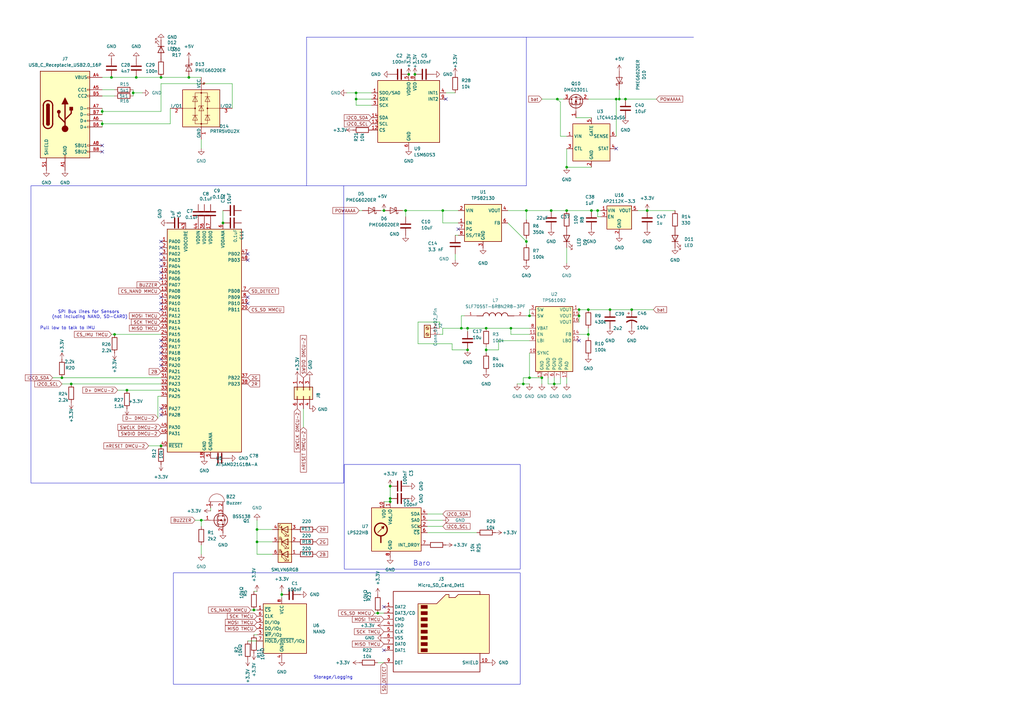
<source format=kicad_sch>
(kicad_sch (version 20250114) (generator "eeschema") (generator_version "9.0")
  (paper "A3")
  (rectangle (start 141.224 190.5) (end 213.36 233.426))
  (rectangle (start 12.7 76.2) (end 140.97 198.12))
  (rectangle (start 71.12 234.95) (end 213.36 280.67))
  (text "Storage/Logging" (at 136.652 277.876 0) (effects (font (size 1.27 1.27))))
  (text "Pull low to talk to IMU" (at 27.686 134.62 0) (effects (font (size 1.27 1.27))))
  (text "SPI Bus lines for Sensors \n(not including NAND, SD-CARD)" (at 36.83 129.032 0) (effects (font (size 1.27 1.27))))
  (text "Baro" (at 172.974 231.14 0) (effects (font (size 2.032 2.032))))
  (junction (at 52.07 160.02))
  (junction (at 46.99 137.16))
  (junction (at 29.21 157.48))
  (junction (at 160.02 199.39))
  (junction (at 170.18 30.48))
  (junction (at 41.91 45.72))
  (junction (at 160.02 205.74))
  (junction (at 191.77 143.51))
  (junction (at 215.9 99.06))
  (junction (at 41.91 50.8))
  (junction (at 146.05 38.1))
  (junction (at 199.39 143.51))
  (junction (at 227.33 157.48))
  (junction (at 209.55 134.62))
  (junction (at 154.94 251.46))
  (junction (at 252.73 40.64))
  (junction (at 232.41 68.58))
  (junction (at 232.41 86.36))
  (junction (at 167.64 30.48))
  (junction (at 91.44 91.44))
  (junction (at 146.05 40.64))
  (junction (at 217.17 129.54))
  (junction (at 191.77 134.62))
  (junction (at 237.49 127))
  (junction (at 254 40.64))
  (junction (at 105.41 222.25))
  (junction (at 226.06 86.36))
  (junction (at 222.25 154.94))
  (junction (at 25.4 154.94))
  (junction (at 54.61 38.1))
  (junction (at 104.14 250.19))
  (junction (at 77.47 31.75))
  (junction (at 259.08 127))
  (junction (at 189.23 134.62))
  (junction (at 66.04 31.75))
  (junction (at 237.49 129.54))
  (junction (at 166.37 86.36))
  (junction (at 115.57 243.84))
  (junction (at 241.3 127))
  (junction (at 181.61 86.36))
  (junction (at 242.57 86.36))
  (junction (at 265.43 86.36))
  (junction (at 241.3 137.16))
  (junction (at 45.72 31.75))
  (junction (at 199.39 134.62))
  (junction (at 256.54 40.64))
  (junction (at 157.48 86.36))
  (junction (at 82.55 213.36))
  (junction (at 250.19 127))
  (junction (at 55.88 31.75))
  (junction (at 215.9 86.36))
  (junction (at 217.17 154.94))
  (junction (at 160.02 204.47))
  (junction (at 245.11 86.36))
  (junction (at 228.6 40.64))
  (junction (at 105.41 217.17))
  (junction (at 214.63 157.48))
  (junction (at 66.04 182.88))
  (no_connect (at 101.6 124.46))
  (no_connect (at 66.04 109.22))
  (no_connect (at 66.04 149.86))
  (no_connect (at 182.88 40.64))
  (no_connect (at 66.04 142.24))
  (no_connect (at 66.04 101.6))
  (no_connect (at 66.04 124.46))
  (no_connect (at 41.91 59.69))
  (no_connect (at 157.48 266.7))
  (no_connect (at 157.48 248.92))
  (no_connect (at 237.49 139.7))
  (no_connect (at 66.04 114.3))
  (no_connect (at 101.6 121.92))
  (no_connect (at 66.04 127))
  (no_connect (at 66.04 147.32))
  (no_connect (at 252.73 60.96))
  (no_connect (at 66.04 111.76))
  (no_connect (at 41.91 62.23))
  (no_connect (at 101.6 106.68))
  (no_connect (at 66.04 121.92))
  (no_connect (at 66.04 144.78))
  (no_connect (at 66.04 170.18))
  (no_connect (at 101.6 104.14))
  (no_connect (at 66.04 99.06))
  (no_connect (at 66.04 167.64))
  (no_connect (at 66.04 106.68))
  (no_connect (at 66.04 139.7))
  (no_connect (at 66.04 104.14))
  (no_connect (at 187.96 93.98))
  (wire (pts (xy 115.57 242.57) (xy 115.57 243.84)))
  (wire (pts (xy 259.08 127) (xy 267.97 127)))
  (wire (pts (xy 261.62 86.36) (xy 265.43 86.36)))
  (wire (pts (xy 104.14 242.57) (xy 105.41 242.57)))
  (wire (pts (xy 54.61 38.1) (xy 54.61 39.37)))
  (wire (pts (xy 41.91 45.72) (xy 66.04 45.72)))
  (wire (pts (xy 215.9 90.17) (xy 215.9 86.36)))
  (wire (pts (xy 252.73 40.64) (xy 254 40.64)))
  (wire (pts (xy 157.48 205.74) (xy 160.02 205.74)))
  (wire (pts (xy 217.17 127) (xy 217.17 129.54)))
  (wire (pts (xy 199.39 144.78) (xy 199.39 143.51)))
  (wire (pts (xy 185.42 143.51) (xy 191.77 143.51)))
  (wire (pts (xy 250.19 127) (xy 241.3 127)))
  (wire (pts (xy 224.79 154.94) (xy 224.79 157.48)))
  (wire (pts (xy 66.04 34.29) (xy 95.25 34.29)))
  (wire (pts (xy 199.39 143.51) (xy 204.47 143.51)))
  (wire (pts (xy 21.59 154.94) (xy 25.4 154.94)))
  (wire (pts (xy 77.47 31.75) (xy 82.55 31.75)))
  (wire (pts (xy 105.41 213.36) (xy 105.41 217.17)))
  (wire (pts (xy 241.3 137.16) (xy 241.3 134.62)))
  (wire (pts (xy 241.3 127) (xy 237.49 127)))
  (wire (pts (xy 46.99 137.16) (xy 66.04 137.16)))
  (wire (pts (xy 186.69 38.1) (xy 182.88 38.1)))
  (wire (pts (xy 181.61 210.82) (xy 175.26 210.82)))
  (wire (pts (xy 175.26 213.36) (xy 181.61 213.36)))
  (wire (pts (xy 101.6 262.89) (xy 105.41 262.89)))
  (wire (pts (xy 209.55 134.62) (xy 209.55 137.16)))
  (wire (pts (xy 186.69 96.52) (xy 187.96 96.52)))
  (wire (pts (xy 29.21 157.48) (xy 66.04 157.48)))
  (wire (pts (xy 241.3 138.43) (xy 241.3 137.16)))
  (wire (pts (xy 153.67 251.46) (xy 154.94 251.46)))
  (wire (pts (xy 105.41 227.33) (xy 111.76 227.33)))
  (wire (pts (xy 86.36 208.28) (xy 86.36 209.55)))
  (wire (pts (xy 228.6 40.64) (xy 231.14 40.64)))
  (wire (pts (xy 232.41 68.58) (xy 232.41 60.96)))
  (wire (pts (xy 191.77 134.62) (xy 199.39 134.62)))
  (wire (pts (xy 208.28 86.36) (xy 215.9 86.36)))
  (wire (pts (xy 232.41 68.58) (xy 242.57 68.58)))
  (wire (pts (xy 154.94 271.78) (xy 157.48 271.78)))
  (wire (pts (xy 189.23 129.54) (xy 190.5 129.54)))
  (wire (pts (xy 209.55 137.16) (xy 217.17 137.16)))
  (wire (pts (xy 104.14 260.35) (xy 105.41 260.35)))
  (wire (pts (xy 204.47 139.7) (xy 204.47 143.51)))
  (wire (pts (xy 82.55 223.52) (xy 82.55 227.33)))
  (wire (pts (xy 104.14 250.19) (xy 105.41 250.19)))
  (wire (pts (xy 245.11 88.9) (xy 245.11 86.36)))
  (wire (pts (xy 232.41 157.48) (xy 232.41 154.94)))
  (wire (pts (xy 146.05 38.1) (xy 152.4 38.1)))
  (wire (pts (xy 146.05 43.18) (xy 152.4 43.18)))
  (wire (pts (xy 265.43 86.36) (xy 276.86 86.36)))
  (wire (pts (xy 142.24 38.1) (xy 146.05 38.1)))
  (wire (pts (xy 156.21 86.36) (xy 157.48 86.36)))
  (wire (pts (xy 171.45 132.08) (xy 180.34 132.08)))
  (wire (pts (xy 166.37 88.9) (xy 166.37 86.36)))
  (wire (pts (xy 25.4 157.48) (xy 29.21 157.48)))
  (wire (pts (xy 236.22 48.26) (xy 242.57 48.26)))
  (wire (pts (xy 41.91 44.45) (xy 41.91 45.72)))
  (wire (pts (xy 181.61 215.9) (xy 175.26 215.9)))
  (wire (pts (xy 64.77 162.56) (xy 66.04 162.56)))
  (wire (pts (xy 105.41 217.17) (xy 105.41 222.25)))
  (wire (pts (xy 214.63 157.48) (xy 217.17 157.48)))
  (wire (pts (xy 41.91 31.75) (xy 45.72 31.75)))
  (wire (pts (xy 214.63 154.94) (xy 214.63 157.48)))
  (wire (pts (xy 191.77 134.62) (xy 191.77 135.89)))
  (wire (pts (xy 152.4 40.64) (xy 146.05 40.64)))
  (wire (pts (xy 82.55 213.36) (xy 83.82 213.36)))
  (wire (pts (xy 91.44 86.36) (xy 91.44 91.44)))
  (wire (pts (xy 199.39 143.51) (xy 199.39 142.24)))
  (wire (pts (xy 254 40.64) (xy 256.54 40.64)))
  (wire (pts (xy 82.55 57.15) (xy 82.55 60.96)))
  (polyline (pts (xy 214.63 15.24) (xy 284.48 15.24)))
  (wire (pts (xy 41.91 50.8) (xy 69.85 50.8)))
  (wire (pts (xy 215.9 100.33) (xy 215.9 99.06)))
  (wire (pts (xy 189.23 134.62) (xy 191.77 134.62)))
  (wire (pts (xy 111.76 222.25) (xy 105.41 222.25)))
  (wire (pts (xy 166.37 86.36) (xy 181.61 86.36)))
  (wire (pts (xy 185.42 140.97) (xy 185.42 143.51)))
  (wire (pts (xy 217.17 144.78) (xy 217.17 154.94)))
  (wire (pts (xy 208.28 91.44) (xy 215.9 99.06)))
  (wire (pts (xy 222.25 157.48) (xy 222.25 154.94)))
  (wire (pts (xy 154.94 251.46) (xy 157.48 251.46)))
  (polyline (pts (xy 215.9 76.2) (xy 215.9 15.24)))
  (wire (pts (xy 229.87 157.48) (xy 229.87 154.94)))
  (wire (pts (xy 41.91 50.8) (xy 41.91 52.07)))
  (wire (pts (xy 186.69 104.14) (xy 186.69 106.68)))
  (wire (pts (xy 64.77 171.45) (xy 64.77 162.56)))
  (wire (pts (xy 45.72 31.75) (xy 55.88 31.75)))
  (wire (pts (xy 246.38 88.9) (xy 245.11 88.9)))
  (wire (pts (xy 54.61 38.1) (xy 58.42 38.1)))
  (wire (pts (xy 41.91 39.37) (xy 46.99 39.37)))
  (wire (pts (xy 25.4 154.94) (xy 66.04 154.94)))
  (wire (pts (xy 224.79 157.48) (xy 227.33 157.48)))
  (wire (pts (xy 215.9 129.54) (xy 217.17 129.54)))
  (wire (pts (xy 171.45 132.08) (xy 171.45 140.97)))
  (wire (pts (xy 215.9 97.79) (xy 215.9 99.06)))
  (wire (pts (xy 54.61 36.83) (xy 54.61 38.1)))
  (wire (pts (xy 45.72 137.16) (xy 46.99 137.16)))
  (wire (pts (xy 48.26 160.02) (xy 52.07 160.02)))
  (wire (pts (xy 256.54 40.64) (xy 269.24 40.64)))
  (wire (pts (xy 245.11 86.36) (xy 246.38 86.36)))
  (polyline (pts (xy 125.73 15.24) (xy 214.63 15.24)))
  (wire (pts (xy 215.9 86.36) (xy 226.06 86.36)))
  (wire (pts (xy 80.01 213.36) (xy 82.55 213.36)))
  (wire (pts (xy 146.05 38.1) (xy 146.05 40.64)))
  (wire (pts (xy 259.08 127) (xy 250.19 127)))
  (wire (pts (xy 227.33 154.94) (xy 227.33 157.48)))
  (wire (pts (xy 181.61 134.62) (xy 189.23 134.62)))
  (wire (pts (xy 124.46 167.64) (xy 124.46 175.26)))
  (wire (pts (xy 189.23 129.54) (xy 189.23 134.62)))
  (wire (pts (xy 181.61 91.44) (xy 181.61 86.36)))
  (wire (pts (xy 66.04 31.75) (xy 77.47 31.75)))
  (wire (pts (xy 227.33 157.48) (xy 229.87 157.48)))
  (wire (pts (xy 237.49 129.54) (xy 237.49 132.08)))
  (wire (pts (xy 241.3 40.64) (xy 252.73 40.64)))
  (wire (pts (xy 41.91 45.72) (xy 41.91 46.99)))
  (wire (pts (xy 60.96 182.88) (xy 66.04 182.88)))
  (wire (pts (xy 187.96 91.44) (xy 181.61 91.44)))
  (wire (pts (xy 41.91 49.53) (xy 41.91 50.8)))
  (wire (pts (xy 232.41 101.6) (xy 232.41 107.95)))
  (wire (pts (xy 115.57 243.84) (xy 115.57 245.11)))
  (wire (pts (xy 252.73 40.64) (xy 252.73 55.88)))
  (wire (pts (xy 102.87 250.19) (xy 104.14 250.19)))
  (wire (pts (xy 242.57 86.36) (xy 245.11 86.36)))
  (wire (pts (xy 254 36.83) (xy 254 40.64)))
  (wire (pts (xy 229.87 55.88) (xy 229.87 41.91)))
  (wire (pts (xy 222.25 40.64) (xy 228.6 40.64)))
  (wire (pts (xy 181.61 137.16) (xy 180.34 137.16)))
  (wire (pts (xy 181.61 134.62) (xy 181.61 137.16)))
  (wire (pts (xy 181.61 86.36) (xy 187.96 86.36)))
  (wire (pts (xy 52.07 160.02) (xy 66.04 160.02)))
  (polyline (pts (xy 125.73 76.2) (xy 125.73 15.24)))
  (wire (pts (xy 69.85 50.8) (xy 69.85 44.45)))
  (wire (pts (xy 165.1 86.36) (xy 166.37 86.36)))
  (wire (pts (xy 82.55 213.36) (xy 82.55 215.9)))
  (wire (pts (xy 209.55 134.62) (xy 217.17 134.62)))
  (wire (pts (xy 237.49 137.16) (xy 241.3 137.16)))
  (wire (pts (xy 148.59 86.36) (xy 147.32 86.36)))
  (wire (pts (xy 171.45 140.97) (xy 185.42 140.97)))
  (wire (pts (xy 146.05 40.64) (xy 146.05 43.18)))
  (wire (pts (xy 41.91 36.83) (xy 46.99 36.83)))
  (wire (pts (xy 229.87 55.88) (xy 232.41 55.88)))
  (wire (pts (xy 66.04 45.72) (xy 66.04 34.29)))
  (wire (pts (xy 195.58 218.44) (xy 175.26 218.44)))
  (wire (pts (xy 226.06 86.36) (xy 232.41 86.36)))
  (wire (pts (xy 95.25 34.29) (xy 95.25 44.45)))
  (wire (pts (xy 217.17 139.7) (xy 204.47 139.7)))
  (wire (pts (xy 180.34 132.08) (xy 180.34 134.62)))
  (wire (pts (xy 229.87 41.91) (xy 228.6 40.64)))
  (wire (pts (xy 199.39 134.62) (xy 209.55 134.62)))
  (wire (pts (xy 232.41 86.36) (xy 242.57 86.36)))
  (polyline (pts (xy 140.97 76.2) (xy 215.9 76.2)))
  (wire (pts (xy 214.63 154.94) (xy 217.17 154.94)))
  (wire (pts (xy 160.02 204.47) (xy 160.02 205.74)))
  (wire (pts (xy 217.17 154.94) (xy 222.25 154.94)))
  (wire (pts (xy 105.41 222.25) (xy 105.41 227.33)))
  (wire (pts (xy 55.88 31.75) (xy 66.04 31.75)))
  (wire (pts (xy 111.76 217.17) (xy 105.41 217.17)))
  (wire (pts (xy 160.02 199.39) (xy 160.02 204.47)))
  (wire (pts (xy 212.09 157.48) (xy 214.63 157.48)))
  (wire (pts (xy 237.49 127) (xy 237.49 129.54)))
  (global_label "bat" (shape input) (at 267.97 127 0) (property "Intersheetrefs" "${INTERSHEET_REFS}" (effects (hide yes))))
  (global_label "SCK TMCU" (shape input) (at 157.48 259.08 180) (property "Intersheetrefs" "${INTERSHEET_REFS}" (effects (hide yes))))
  (global_label "SCK TMCU" (shape input) (at 66.04 132.08 180) (property "Intersheetrefs" "${INTERSHEET_REFS}" (effects (hide yes))))
  (global_label "SWCLK DMCU-2" (shape input) (at 121.92 167.64 270) (property "Intersheetrefs" "${INTERSHEET_REFS}" (effects (hide yes))))
  (global_label "SWDIO DMCU-2" (shape input) (at 66.04 177.8 180) (property "Intersheetrefs" "${INTERSHEET_REFS}" (effects (hide yes))))
  (global_label "CS_IMU TMCU" (shape input) (at 45.72 137.16 180) (property "Intersheetrefs" "${INTERSHEET_REFS}" (effects (hide yes))))
  (global_label "SD_DETECT" (shape input) (at 157.48 271.78 270) (property "Intersheetrefs" "${INTERSHEET_REFS}" (effects (hide yes))))
  (global_label "BUZZER" (shape input) (at 66.04 116.84 180) (property "Intersheetrefs" "${INTERSHEET_REFS}" (effects (hide yes))))
  (global_label "2B" (shape input) (at 129.54 227.33 0) (property "Intersheetrefs" "${INTERSHEET_REFS}" (effects (hide yes))))
  (global_label "D- DMCU-2" (shape input) (at 64.77 171.45 180) (property "Intersheetrefs" "${INTERSHEET_REFS}" (effects (hide yes))))
  (global_label "MOSI TMCU" (shape input) (at 157.48 254 180) (property "Intersheetrefs" "${INTERSHEET_REFS}" (effects (hide yes))))
  (global_label "CS_NAND MMCU" (shape input) (at 66.04 119.38 180) (property "Intersheetrefs" "${INTERSHEET_REFS}" (effects (hide yes))))
  (global_label "2B" (shape input) (at 66.04 152.4 180) (property "Intersheetrefs" "${INTERSHEET_REFS}" (effects (hide yes))))
  (global_label "2G" (shape input) (at 101.6 154.94 0) (property "Intersheetrefs" "${INTERSHEET_REFS}" (effects (hide yes))))
  (global_label "MISO TMCU" (shape input) (at 66.04 134.62 180) (property "Intersheetrefs" "${INTERSHEET_REFS}" (effects (hide yes))))
  (global_label "MOSI TMCU" (shape input) (at 105.41 255.27 180) (property "Intersheetrefs" "${INTERSHEET_REFS}" (effects (hide yes))))
  (global_label "SWDIO DMCU-2" (shape input) (at 124.46 154.94 90) (property "Intersheetrefs" "${INTERSHEET_REFS}" (effects (hide yes))))
  (global_label "SCK TMCU" (shape input) (at 105.41 252.73 180) (property "Intersheetrefs" "${INTERSHEET_REFS}" (effects (hide yes))))
  (global_label "CS_SD MMCU" (shape input) (at 153.67 251.46 180) (property "Intersheetrefs" "${INTERSHEET_REFS}" (effects (hide yes))))
  (global_label "2R" (shape input) (at 101.6 157.48 0) (property "Intersheetrefs" "${INTERSHEET_REFS}" (effects (hide yes))))
  (global_label "nRESET DMCU-2" (shape input) (at 124.46 175.26 270) (property "Intersheetrefs" "${INTERSHEET_REFS}" (effects (hide yes))))
  (global_label "SWCLK DMCU-2" (shape input) (at 66.04 175.26 180) (property "Intersheetrefs" "${INTERSHEET_REFS}" (effects (hide yes))))
  (global_label "2G" (shape input) (at 129.54 222.25 0) (property "Intersheetrefs" "${INTERSHEET_REFS}" (effects (hide yes))))
  (global_label "I2C0_SCL" (shape input) (at 25.4 157.48 180) (property "Intersheetrefs" "${INTERSHEET_REFS}" (effects (hide yes))))
  (global_label "MOSI TMCU" (shape input) (at 66.04 129.54 180) (property "Intersheetrefs" "${INTERSHEET_REFS}" (effects (hide yes))))
  (global_label "MISO TMCU" (shape input) (at 157.48 264.16 180) (property "Intersheetrefs" "${INTERSHEET_REFS}" (effects (hide yes))))
  (global_label "CS_SD MMCU" (shape input) (at 101.6 127 0) (property "Intersheetrefs" "${INTERSHEET_REFS}" (effects (hide yes))))
  (global_label "bat" (shape input) (at 222.25 40.64 180) (property "Intersheetrefs" "${INTERSHEET_REFS}" (effects (hide yes))))
  (global_label "I2C0_SDA" (shape input) (at 181.61 210.82 0) (property "Intersheetrefs" "${INTERSHEET_REFS}" (effects (hide yes))))
  (global_label "I2C0_SCL" (shape input) (at 152.4 50.8 180) (property "Intersheetrefs" "${INTERSHEET_REFS}" (effects (hide yes))))
  (global_label "I2C0_SDA" (shape input) (at 152.4 48.26 180) (property "Intersheetrefs" "${INTERSHEET_REFS}" (effects (hide yes))))
  (global_label "2R" (shape input) (at 129.54 217.17 0) (property "Intersheetrefs" "${INTERSHEET_REFS}" (effects (hide yes))))
  (global_label "nRESET DMCU-2" (shape input) (at 60.96 182.88 180) (property "Intersheetrefs" "${INTERSHEET_REFS}" (effects (hide yes))))
  (global_label "POWAAAA" (shape input) (at 147.32 86.36 180) (property "Intersheetrefs" "${INTERSHEET_REFS}" (effects (hide yes))))
  (global_label "BUZZER" (shape input) (at 80.01 213.36 180) (property "Intersheetrefs" "${INTERSHEET_REFS}" (effects (hide yes))))
  (global_label "SD_DETECT" (shape input) (at 101.6 119.38 0) (property "Intersheetrefs" "${INTERSHEET_REFS}" (effects (hide yes))))
  (global_label "I2C0_SDA" (shape input) (at 21.59 154.94 180) (property "Intersheetrefs" "${INTERSHEET_REFS}" (effects (hide yes))))
  (global_label "MISO TMCU" (shape input) (at 105.41 257.81 180) (property "Intersheetrefs" "${INTERSHEET_REFS}" (effects (hide yes))))
  (global_label "CS_NAND MMCU" (shape input) (at 102.87 250.19 180) (property "Intersheetrefs" "${INTERSHEET_REFS}" (effects (hide yes))))
  (global_label "D+ DMCU-2" (shape input) (at 48.26 160.02 180) (property "Intersheetrefs" "${INTERSHEET_REFS}" (effects (hide yes))))
  (global_label "I2C0_SCL" (shape input) (at 181.61 215.9 0) (property "Intersheetrefs" "${INTERSHEET_REFS}" (effects (hide yes))))
  (global_label "POWAAAA" (shape input) (at 269.24 40.64 0) (property "Intersheetrefs" "${INTERSHEET_REFS}" (effects (hide yes))))
  (symbol (lib_id "power:GND") (at 256.54 48.26 0) (unit 1)
    (property "Reference" "#PWR049" (effects (hide yes)))
    (property "Value" "GND" (at 256.54 53.34 0))
    (property "Description" "Power symbol creates a global label with name \"GND\" , ground" (effects (hide yes)))
  )
  (symbol (lib_id "power:+5V") (at 157.48 86.36 0) (unit 1)
    (property "Reference" "#PWR08" (effects (hide yes)))
    (property "Value" "+5V" (at 156.718 80.518 0))
    (property "Description" "Power symbol creates a global label with name \"+5V\"" (effects (hide yes)))
  )
  (symbol (lib_id "power:GND") (at 181.61 213.36 90) (unit 1)
    (property "Reference" "#PWR062" (effects (hide yes)))
    (property "Value" "GND" (at 186.69 213.3599 90) (effects (justify right)))
    (property "Description" "Power symbol creates a global label with name \"GND\" , ground" (effects (hide yes)))
  )
  (symbol (lib_id "power:GND") (at 177.8 30.48 90) (unit 1)
    (property "Reference" "#PWR061" (effects (hide yes)))
    (property "Value" "GND" (at 181.61 30.4799 90) (effects (justify right)))
    (property "Description" "Power symbol creates a global label with name \"GND\" , ground" (effects (hide yes)))
  )
  (symbol (lib_id "power:+3.3V") (at 147.32 271.78 90) (unit 1)
    (property "Reference" "#PWR021" (effects (hide yes)))
    (property "Value" "+3.3V" (at 143.51 271.7799 90) (effects (justify left)))
    (property "Description" "Power symbol creates a global label with name \"+3.3V\"" (effects (hide yes)))
  )
  (symbol (lib_id "power:+3.3V") (at 186.69 30.48 0) (unit 1)
    (property "Reference" "#PWR071" (effects (hide yes)))
    (property "Value" "+3.3V" (at 186.69 25.146 90))
    (property "Description" "Power symbol creates a global label with name \"+3.3V\"" (effects (hide yes)))
  )
  (symbol (lib_id "Device:LED") (at 232.41 97.79 90) (unit 1)
    (property "Reference" "D9" (at 240.03 99.3775 0))
    (property "Value" "LED" (at 237.49 99.3775 0))
    (property "Footprint" "LED_SMD:LED_0603_1608Metric" (effects (hide yes)))
    (property "Description" "Light emitting diode" (effects (hide yes)))
    (property "Sim.Pins" "1=K 2=A" (effects (hide yes)))
  )
  (symbol (lib_id "Device:R") (at 179.07 223.52 270) (unit 1)
    (property "Reference" "R25" (at 196.342 222.758 0) (effects (justify left)))
    (property "Value" "10k" (at 193.802 222.758 0) (effects (justify left)))
    (property "Footprint" "Resistor_SMD:R_0603_1608Metric" (effects (hide yes)))
    (property "Description" "Resistor" (effects (hide yes)))
  )
  (symbol (lib_id "Device:C") (at 242.57 90.17 0) (unit 1)
    (property "Reference" "C38" (at 240.03 80.772 0) (effects (justify left)))
    (property "Value" "1uF" (at 240.03 83.312 0) (effects (justify left)))
    (property "Footprint" "Capacitor_SMD:C_0603_1608Metric" (effects (hide yes)))
    (property "Description" "Unpolarized capacitor" (effects (hide yes)))
  )
  (symbol (lib_id "power:GND") (at 232.41 107.95 0) (unit 1)
    (property "Reference" "#PWR032" (effects (hide yes)))
    (property "Value" "GND" (at 232.41 113.03 0))
    (property "Description" "Power symbol creates a global label with name \"GND\" , ground" (effects (hide yes)))
  )
  (symbol (lib_id "power:GND") (at 115.57 270.51 0) (unit 1)
    (property "Reference" "#PWR019" (effects (hide yes)))
    (property "Value" "GND" (at 115.57 275.59 0))
    (property "Description" "Power symbol creates a global label with name \"GND\" , ground" (effects (hide yes)))
  )
  (symbol (lib_id "Device:R") (at 199.39 148.59 0) (unit 1)
    (property "Reference" "R4" (at 201.93 147.3199 0) (effects (justify left)))
    (property "Value" "100k" (at 201.93 149.8599 0) (effects (justify left)))
    (property "Footprint" "Resistor_SMD:R_0603_1608Metric" (effects (hide yes)))
    (property "Description" "Resistor" (effects (hide yes)))
  )
  (symbol (lib_id "power:+3.3V") (at 203.2 218.44 270) (unit 1)
    (property "Reference" "#PWR072" (effects (hide yes)))
    (property "Value" "+3.3V" (at 209.042 218.44 90))
    (property "Description" "Power symbol creates a global label with name \"+3.3V\"" (effects (hide yes)))
  )
  (symbol (lib_id "Device:C") (at 83.82 87.63 0) (unit 1)
    (property "Reference" "C8" (at 83.058 79.502 0) (effects (justify left)))
    (property "Value" "0.1uF" (at 81.788 81.534 0) (effects (justify left)))
    (property "Footprint" "Capacitor_SMD:C_0603_1608Metric" (effects (hide yes)))
    (property "Description" "Unpolarized capacitor" (effects (hide yes)))
  )
  (symbol (lib_id "Device:C") (at 166.37 92.71 0) (unit 1)
    (property "Reference" "C10" (at 172.72 90.932 0) (effects (justify left)))
    (property "Value" "10uF" (at 172.72 93.472 0) (effects (justify left)))
    (property "Footprint" "Capacitor_SMD:C_0603_1608Metric" (effects (hide yes)))
    (property "Description" "Unpolarized capacitor" (effects (hide yes)))
  )
  (symbol (lib_id "Transistor_FET:DMG2301L") (at 236.22 43.18 90) (unit 1)
    (property "Reference" "Q10" (at 236.22 34.29 90))
    (property "Value" "DMG2301L" (at 236.22 36.83 90))
    (property "Footprint" "Package_TO_SOT_SMD:SOT-23" (effects (hide yes)))
    (property "Datasheet" "https://www.diodes.com/assets/Datasheets/DMG2301L.pdf" (effects (hide yes)))
    (property "Description" "-3A Id, -20V Vds, P-Channel MOSFET, SOT-23" (effects (hide yes)))
  )
  (symbol (lib_id "Device:C") (at 45.72 27.94 0) (unit 1)
    (property "Reference" "C28" (at 49.53 26.6699 0) (effects (justify left)))
    (property "Value" "4n7" (at 49.53 29.2099 0) (effects (justify left)))
    (property "Footprint" "Capacitor_SMD:C_0603_1608Metric" (effects (hide yes)))
    (property "Description" "Unpolarized capacitor" (effects (hide yes)))
  )
  (symbol (lib_id "Device:R") (at 101.6 266.7 180) (unit 1)
    (property "Reference" "R2" (at 97.028 266.446 90))
    (property "Value" "10kΩ" (at 98.552 266.7 90))
    (property "Footprint" "Resistor_SMD:R_0603_1608Metric" (effects (hide yes)))
    (property "Description" "Resistor" (effects (hide yes)))
  )
  (symbol (lib_id "Connector_Generic:Conn_02x03_Counter_Clockwise") (at 124.46 160.02 90) (mirror x) (unit 1)
    (property "Reference" "J8" (at 130.556 161.036 0) (effects (justify left)))
    (property "Value" "Conn_02x03_Counter_Clockwise" (effects (hide yes)))
    (property "Footprint" "Connector_PinHeader_2.54mm:PinHeader_2x03_P2.54mm_Vertical" (effects (hide yes)))
    (property "Description" "Generic connector, double row, 02x03, counter clockwise pin numbering scheme (similar to DIP package numbering), script generated (kicad-library-utils/schlib/autogen/connector/)" (effects (hide yes)))
  )
  (symbol (lib_id "MCU_Microchip_SAMD:ATSAMD21G18A-A") (at 83.82 139.7 0) (unit 1)
    (property "Reference" "U5" (at 88.5033 187.96 0) (effects (justify left)))
    (property "Value" "ATSAMD21G18A-A" (at 88.5033 190.5 0) (effects (justify left)))
    (property "Footprint" "Package_QFP:TQFP-48_7x7mm_P0.5mm" (effects (hide yes)))
    (property "Datasheet" "http://ww1.microchip.com/downloads/en/DeviceDoc/SAM_D21_DA1_Family_Data%20Sheet_DS40001882E.pdf" (effects (hide yes)))
    (property "Description" "SAM D21 Microchip SMART ARM-based Flash MCU, 48Mhz, 256K Flash, 32K SRAM, TQFP-48" (effects (hide yes)))
  )
  (symbol (lib_id "Device:C") (at 256.54 44.45 0) (unit 1)
    (property "Reference" "C40" (at 260.35 43.1799 0) (effects (justify left)))
    (property "Value" "10uF" (at 260.35 45.7199 0) (effects (justify left)))
    (property "Footprint" "Capacitor_SMD:C_0603_1608Metric" (effects (hide yes)))
    (property "Description" "Unpolarized capacitor" (effects (hide yes)))
  )
  (symbol (lib_id "power:+3.3V") (at 121.92 154.94 0) (mirror y) (unit 1)
    (property "Reference" "#PWR0211" (effects (hide yes)))
    (property "Value" "+3.3V" (at 121.92 149.352 90))
    (property "Description" "Power symbol creates a global label with name \"+3.3V\"" (effects (hide yes)))
  )
  (symbol (lib_id "power:+3.3V") (at 46.99 144.78 180) (unit 1)
    (property "Reference" "#PWR095" (effects (hide yes)))
    (property "Value" "+3.3V" (at 46.99 150.114 90))
    (property "Description" "Power symbol creates a global label with name \"+3.3V\"" (effects (hide yes)))
  )
  (symbol (lib_id "Device:C") (at 186.69 100.33 0) (unit 1)
    (property "Reference" "C14" (at 175.514 99.822 0) (effects (justify left)))
    (property "Value" "3.3 nF" (at 175.514 102.362 0) (effects (justify left)))
    (property "Footprint" "Capacitor_SMD:C_0603_1608Metric" (effects (hide yes)))
    (property "Description" "Unpolarized capacitor" (effects (hide yes)))
  )
  (symbol (lib_id "power:GND") (at 105.41 213.36 180) (unit 1)
    (property "Reference" "#PWR017" (effects (hide yes)))
    (property "Value" "GND" (at 105.41 208.28 0))
    (property "Description" "Power symbol creates a global label with name \"GND\" , ground" (effects (hide yes)))
  )
  (symbol (lib_id "power:+3.3V") (at 104.14 267.97 180) (unit 1)
    (property "Reference" "#PWR015" (effects (hide yes)))
    (property "Value" "+3.3V" (at 104.1399 271.78 90) (effects (justify left)))
    (property "Description" "Power symbol creates a global label with name \"+3.3V\"" (effects (hide yes)))
  )
  (symbol (lib_id "power:GND") (at 217.17 157.48 0) (unit 1)
    (property "Reference" "#PWR027" (effects (hide yes)))
    (property "Value" "GND" (at 217.17 162.56 0))
    (property "Description" "Power symbol creates a global label with name \"GND\" , ground" (effects (hide yes)))
  )
  (symbol (lib_id "power:GND") (at 127 167.64 90) (unit 1)
    (property "Reference" "#PWR024" (effects (hide yes)))
    (property "Value" "GND" (at 130.302 167.894 90) (effects (justify right)))
    (property "Description" "Power symbol creates a global label with name \"GND\" , ground" (effects (hide yes)))
  )
  (symbol (lib_id "power:GND") (at 212.09 157.48 0) (unit 1)
    (property "Reference" "#PWR025" (effects (hide yes)))
    (property "Value" "GND" (at 212.09 162.56 0))
    (property "Description" "Power symbol creates a global label with name \"GND\" , ground" (effects (hide yes)))
  )
  (symbol (lib_id "Device:R") (at 125.73 227.33 270) (unit 1)
    (property "Reference" "R19" (at 125.73 227.076 90))
    (property "Value" "220" (at 125.73 225.044 90))
    (property "Footprint" "Resistor_SMD:R_0603_1608Metric" (effects (hide yes)))
    (property "Description" "Resistor" (effects (hide yes)))
  )
  (symbol (lib_id "power:GND") (at 222.25 157.48 0) (unit 1)
    (property "Reference" "#PWR028" (effects (hide yes)))
    (property "Value" "GND" (at 222.25 162.56 0))
    (property "Description" "Power symbol creates a global label with name \"GND\" , ground" (effects (hide yes)))
  )
  (symbol (lib_id "Device:R") (at 104.14 264.16 180) (unit 1)
    (property "Reference" "R11" (at 106.172 267.97 90))
    (property "Value" "10kΩ" (at 107.696 268.224 90))
    (property "Footprint" "Resistor_SMD:R_0603_1608Metric" (effects (hide yes)))
    (property "Description" "Resistor" (effects (hide yes)))
  )
  (symbol (lib_id "Device:LED") (at 66.04 20.32 270) (unit 1)
    (property "Reference" "D12" (at 68.58 17.4624 90) (effects (justify left)))
    (property "Value" "LED" (at 68.58 20.0024 90) (effects (justify left)))
    (property "Footprint" "LED_SMD:LED_0603_1608Metric" (effects (hide yes)))
    (property "Description" "Light emitting diode" (effects (hide yes)))
    (property "Sim.Pins" "1=K 2=A" (effects (hide yes)))
  )
  (symbol (lib_id "power:GND") (at 82.55 60.96 0) (unit 1)
    (property "Reference" "#PWR040" (effects (hide yes)))
    (property "Value" "GND" (at 82.55 66.04 0))
    (property "Description" "Power symbol creates a global label with name \"GND\" , ground" (effects (hide yes)))
  )
  (symbol (lib_id "power:GND") (at 215.9 107.95 0) (unit 1)
    (property "Reference" "#PWR026" (effects (hide yes)))
    (property "Value" "GND" (at 215.9 113.03 0))
    (property "Description" "Power symbol creates a global label with name \"GND\" , ground" (effects (hide yes)))
  )
  (symbol (lib_id "Device:R") (at 154.94 247.65 0) (unit 1)
    (property "Reference" "R23" (at 151.384 244.602 90))
    (property "Value" "10kΩ" (at 149.86 244.348 90))
    (property "Footprint" "Resistor_SMD:R_0603_1608Metric" (effects (hide yes)))
    (property "Description" "Resistor" (effects (hide yes)))
  )
  (symbol (lib_id "power:+3.3V") (at 157.48 256.54 90) (unit 1)
    (property "Reference" "#PWR042" (effects (hide yes)))
    (property "Value" "+3.3V" (at 153.67 256.5399 90) (effects (justify left)))
    (property "Description" "Power symbol creates a global label with name \"+3.3V\"" (effects (hide yes)))
  )
  (symbol (lib_id "power:GND") (at 91.44 218.44 0) (unit 1)
    (property "Reference" "#PWR04" (effects (hide yes)))
    (property "Value" "GND" (at 91.44 223.52 0))
    (property "Description" "Power symbol creates a global label with name \"GND\" , ground" (effects (hide yes)))
  )
  (symbol (lib_id "power:GND") (at 191.77 143.51 0) (unit 1)
    (property "Reference" "#PWR013" (effects (hide yes)))
    (property "Value" "GND" (at 191.77 148.59 0))
    (property "Description" "Power symbol creates a global label with name \"GND\" , ground" (effects (hide yes)))
  )
  (symbol (lib_id "Device:R") (at 104.14 246.38 0) (unit 1)
    (property "Reference" "R5" (at 100.584 243.332 90))
    (property "Value" "10kΩ" (at 99.06 243.078 90))
    (property "Footprint" "Resistor_SMD:R_0603_1608Metric" (effects (hide yes)))
    (property "Description" "Resistor" (effects (hide yes)))
  )
  (symbol (lib_id "power:GND") (at 58.42 38.1 90) (unit 1)
    (property "Reference" "#PWR037" (effects (hide yes)))
    (property "Value" "GND" (at 62.23 38.0999 90) (effects (justify right)))
    (property "Description" "Power symbol creates a global label with name \"GND\" , ground" (effects (hide yes)))
  )
  (symbol (lib_id "power:+3.3V") (at 86.36 209.55 90) (unit 1)
    (property "Reference" "#PWR03" (effects (hide yes)))
    (property "Value" "+3.3V" (at 82.55 209.5499 90) (effects (justify left)))
    (property "Description" "Power symbol creates a global label with name \"+3.3V\"" (effects (hide yes)))
  )
  (symbol (lib_id "power:GND") (at 167.64 60.96 0) (unit 1)
    (property "Reference" "#PWR057" (effects (hide yes)))
    (property "Value" "GND" (at 167.64 66.04 0))
    (property "Description" "Power symbol creates a global label with name \"GND\" , ground" (effects (hide yes)))
  )
  (symbol (lib_id "power:GND") (at 19.05 69.85 0) (unit 1)
    (property "Reference" "#PWR01" (effects (hide yes)))
    (property "Value" "GND" (at 19.05 74.93 0))
    (property "Description" "Power symbol creates a global label with name \"GND\" , ground" (effects (hide yes)))
  )
  (symbol (lib_id "power:GND") (at 276.86 101.6 0) (unit 1)
    (property "Reference" "#PWR053" (effects (hide yes)))
    (property "Value" "GND" (at 276.86 106.68 0))
    (property "Description" "Power symbol creates a global label with name \"GND\" , ground" (effects (hide yes)))
  )
  (symbol (lib_id "power:GND") (at 82.55 227.33 0) (unit 1)
    (property "Reference" "#PWR02" (effects (hide yes)))
    (property "Value" "GND" (at 82.55 232.41 0))
    (property "Description" "Power symbol creates a global label with name \"GND\" , ground" (effects (hide yes)))
  )
  (symbol (lib_id "Connector:Micro_SD_Card_Det1") (at 180.34 259.08 0) (unit 1)
    (property "Reference" "J3" (at 180.975 237.49 0))
    (property "Value" "Micro_SD_Card_Det1" (at 180.975 240.03 0))
    (property "Footprint" "Connector_Card:microSD_HC_Hirose_DM3D-SF" (effects (hide yes)))
    (property "Datasheet" "https://datasheet.lcsc.com/lcsc/2110151630_XKB-Connectivity-XKTF-015-N_C381082.pdf" (effects (hide yes)))
    (property "Description" "Micro SD Card Socket with one card detection pin" (effects (hide yes)))
  )
  (symbol (lib_id "Device:R") (at 52.07 163.83 0) (unit 1)
    (property "Reference" "R27" (at 46.736 164.084 0) (effects (justify left)))
    (property "Value" "1.5k" (at 46.736 166.624 0) (effects (justify left)))
    (property "Footprint" "Resistor_SMD:R_0603_1608Metric" (effects (hide yes)))
    (property "Description" "Resistor" (effects (hide yes)))
  )
  (symbol (lib_id "Device:R") (at 276.86 90.17 0) (unit 1)
    (property "Reference" "R14" (at 279.4 88.8999 0) (effects (justify left)))
    (property "Value" "330" (at 279.4 91.4399 0) (effects (justify left)))
    (property "Footprint" "Resistor_SMD:R_0603_1608Metric" (effects (hide yes)))
    (property "Description" "Resistor" (effects (hide yes)))
  )
  (symbol (lib_id "power:+3.3V") (at 66.04 190.5 180) (unit 1)
    (property "Reference" "#PWR022" (effects (hide yes)))
    (property "Value" "+3.3V" (at 66.04 195.58 0))
    (property "Description" "Power symbol creates a global label with name \"+3.3V\"" (effects (hide yes)))
  )
  (symbol (lib_id "Memory_Flash:W25Q128JVS") (at 115.57 257.81 0) (unit 1)
    (property "Reference" "U6" (at 128.27 256.5399 0) (effects (justify left)))
    (property "Value" "NAND" (at 128.27 259.0799 0) (effects (justify left)))
    (property "Footprint" "Package_SO:SOIC-8_5.3x5.3mm_P1.27mm" (effects (hide yes)))
    (property "Datasheet" "https://www.winbond.com/resource-files/w25q128jv_dtr%20revc%2003272018%20plus.pdf" (effects (hide yes)))
    (property "Description" "128Mbit / 16MiB Serial Flash Memory, Standard/Dual/Quad SPI, 2.7-3.6V, SOIC-8" (effects (hide yes)))
  )
  (symbol (lib_id "power:GND") (at 45.72 24.13 180) (unit 1)
    (property "Reference" "#PWR035" (effects (hide yes)))
    (property "Value" "GND" (at 45.72 19.05 0))
    (property "Description" "Power symbol creates a global label with name \"GND\" , ground" (effects (hide yes)))
  )
  (symbol (lib_id "power:GND") (at 226.06 93.98 0) (unit 1)
    (property "Reference" "#PWR029" (effects (hide yes)))
    (property "Value" "GND" (at 226.06 99.06 0))
    (property "Description" "Power symbol creates a global label with name \"GND\" , ground" (effects (hide yes)))
  )
  (symbol (lib_id "Diode:PMEG6020ER") (at 77.47 27.94 270) (unit 1)
    (property "Reference" "D13" (at 80.01 26.3524 90) (effects (justify left)))
    (property "Value" "PMEG6020ER" (at 80.01 28.8924 90) (effects (justify left)))
    (property "Footprint" "Diode_SMD:Nexperia_CFP3_SOD-123W" (effects (hide yes)))
    (property "Datasheet" "https://assets.nexperia.com/documents/data-sheet/PMEG6020ER.pdf" (effects (hide yes)))
    (property "Description" "60V, 2A low Vf MEGA Schottky barrier rectifier, SOD-123W" (effects (hide yes)))
  )
  (symbol (lib_id "power:GND") (at 265.43 93.98 0) (unit 1)
    (property "Reference" "#PWR052" (effects (hide yes)))
    (property "Value" "GND" (at 265.43 99.06 0))
    (property "Description" "Power symbol creates a global label with name \"GND\" , ground" (effects (hide yes)))
  )
  (symbol (lib_id "Device:R") (at 82.55 219.71 0) (unit 1)
    (property "Reference" "R1" (at 85.09 218.4399 0) (effects (justify left)))
    (property "Value" "2k2" (at 85.09 220.9799 0) (effects (justify left)))
    (property "Footprint" "Resistor_SMD:R_0603_1608Metric" (effects (hide yes)))
    (property "Description" "Resistor" (effects (hide yes)))
  )
  (symbol (lib_id "Device:R") (at 50.8 36.83 90) (unit 1)
    (property "Reference" "R15" (at 51.054 34.544 90))
    (property "Value" "5k1" (at 51.054 37.084 90))
    (property "Footprint" "Resistor_SMD:R_0603_1608Metric" (effects (hide yes)))
    (property "Description" "Resistor" (effects (hide yes)))
  )
  (symbol (lib_id "Diode:PMEG6020ER") (at 161.29 86.36 180) (unit 1)
    (property "Reference" "D6" (at 157.48 89.662 0))
    (property "Value" "PMEG6020ER" (at 157.48 92.202 0))
    (property "Footprint" "Diode_SMD:Nexperia_CFP3_SOD-123W" (effects (hide yes)))
    (property "Datasheet" "https://assets.nexperia.com/documents/data-sheet/PMEG6020ER.pdf" (effects (hide yes)))
    (property "Description" "60V, 2A low Vf MEGA Schottky barrier rectifier, SOD-123W" (effects (hide yes)))
  )
  (symbol (lib_id "power:GND") (at 227.33 157.48 0) (unit 1)
    (property "Reference" "#PWR030" (effects (hide yes)))
    (property "Value" "GND" (at 227.33 162.56 0))
    (property "Description" "Power symbol creates a global label with name \"GND\" , ground" (effects (hide yes)))
  )
  (symbol (lib_id "power:+3.3V") (at 29.21 165.1 180) (unit 1)
    (property "Reference" "#PWR075" (effects (hide yes)))
    (property "Value" "+3.3V" (at 29.21 170.434 90))
    (property "Description" "Power symbol creates a global label with name \"+3.3V\"" (effects (hide yes)))
  )
  (symbol (lib_id "power:+3.3V") (at 115.57 242.57 0) (unit 1)
    (property "Reference" "#PWR018" (effects (hide yes)))
    (property "Value" "+3.3V" (at 115.57 237.49 0))
    (property "Description" "Power symbol creates a global label with name \"+3.3V\"" (effects (hide yes)))
  )
  (symbol (lib_id "power:GND") (at 198.12 101.6 0) (unit 1)
    (property "Reference" "#PWR014" (effects (hide yes)))
    (property "Value" "GND" (at 198.12 107.95 0))
    (property "Description" "Power symbol creates a global label with name \"GND\" , ground" (effects (hide yes)))
  )
  (symbol (lib_id "Device:C") (at 265.43 90.17 0) (unit 1)
    (property "Reference" "C47" (at 269.24 88.8999 0) (effects (justify left)))
    (property "Value" "1u" (at 269.24 91.4399 0) (effects (justify left)))
    (property "Footprint" "Capacitor_SMD:C_0603_1608Metric" (effects (hide yes)))
    (property "Description" "Unpolarized capacitor" (effects (hide yes)))
  )
  (symbol (lib_id "Device:C") (at 250.19 130.81 0) (unit 1)
    (property "Reference" "C39" (at 252.222 128.778 0) (effects (justify left)))
    (property "Value" "2u2" (at 251.46 134.62 0) (effects (justify left)))
    (property "Footprint" "Capacitor_SMD:C_0603_1608Metric" (effects (hide yes)))
    (property "Description" "Unpolarized capacitor" (effects (hide yes)))
  )
  (symbol (lib_id "Device:R") (at 148.59 53.34 90) (unit 1)
    (property "Reference" "R21" (at 146.05 58.166 0) (effects (justify left)))
    (property "Value" "10k" (at 148.59 58.166 0) (effects (justify left)))
    (property "Footprint" "Resistor_SMD:R_0603_1608Metric" (effects (hide yes)))
    (property "Description" "Resistor" (effects (hide yes)))
  )
  (symbol (lib_id "Device:R") (at 199.39 218.44 270) (unit 1)
    (property "Reference" "R29" (at 199.39 213.868 90) (effects (justify left)))
    (property "Value" "10k" (at 199.39 216.408 90) (effects (justify left)))
    (property "Footprint" "Resistor_SMD:R_0603_1608Metric" (effects (hide yes)))
    (property "Description" "Resistor" (effects (hide yes)))
  )
  (symbol (lib_id "Device:R") (at 46.99 140.97 0) (unit 1)
    (property "Reference" "R26" (at 41.656 141.224 0) (effects (justify left)))
    (property "Value" "2.2k" (at 41.656 143.764 0) (effects (justify left)))
    (property "Footprint" "Resistor_SMD:R_0603_1608Metric" (effects (hide yes)))
    (property "Description" "Resistor" (effects (hide yes)))
  )
  (symbol (lib_id "power:GND") (at 157.48 261.62 270) (unit 1)
    (property "Reference" "#PWR043" (effects (hide yes)))
    (property "Value" "GND" (at 153.67 261.6199 90) (effects (justify right)))
    (property "Description" "Power symbol creates a global label with name \"GND\" , ground" (effects (hide yes)))
  )
  (symbol (lib_id "Transistor_FET:BSS138") (at 88.9 213.36 0) (unit 1)
    (property "Reference" "Q1" (at 101.092 213.614 0))
    (property "Value" "BSS138" (at 99.06 211.836 0))
    (property "Footprint" "Package_TO_SOT_SMD:SOT-23" (effects (hide yes)))
    (property "Datasheet" "https://www.onsemi.com/pub/Collateral/BSS138-D.PDF" (effects (hide yes)))
    (property "Description" "50V Vds, 0.22A Id, N-Channel MOSFET, SOT-23" (effects (hide yes)))
  )
  (symbol (lib_id "power:+3.3V") (at 160.02 199.39 0) (unit 1)
    (property "Reference" "#PWR054" (effects (hide yes)))
    (property "Value" "+3.3V" (at 160.02 194.31 0))
    (property "Description" "Power symbol creates a global label with name \"+3.3V\"" (effects (hide yes)))
  )
  (symbol (lib_id "power:GND") (at 250.19 134.62 0) (unit 1)
    (property "Reference" "#PWR046" (effects (hide yes)))
    (property "Value" "GND" (at 250.19 139.7 0))
    (property "Description" "Power symbol creates a global label with name \"GND\" , ground" (effects (hide yes)))
  )
  (symbol (lib_id "Device:R") (at 125.73 217.17 270) (unit 1)
    (property "Reference" "R13" (at 125.476 216.916 90))
    (property "Value" "220" (at 125.73 213.868 90))
    (property "Footprint" "Resistor_SMD:R_0603_1608Metric" (effects (hide yes)))
    (property "Description" "Resistor" (effects (hide yes)))
  )
  (symbol (lib_id "Device:R") (at 25.4 151.13 180) (unit 1)
    (property "Reference" "R20" (at 30.734 150.876 0) (effects (justify left)))
    (property "Value" "2.2k" (at 30.734 148.336 0) (effects (justify left)))
    (property "Footprint" "Resistor_SMD:R_0603_1608Metric" (effects (hide yes)))
    (property "Description" "Resistor" (effects (hide yes)))
  )
  (symbol (lib_id "Regulator_Linear:AP2112K-3.3") (at 254 88.9 0) (unit 1)
    (property "Reference" "U16" (at 254 80.01 0))
    (property "Value" "AP2112K-3.3" (at 254 82.55 0))
    (property "Footprint" "Package_TO_SOT_SMD:SOT-23-5" (effects (hide yes)))
    (property "Datasheet" "https://www.diodes.com/assets/Datasheets/AP2112.pdf" (effects (hide yes)))
    (property "Description" "600mA low dropout linear regulator, with enable pin, 3.8V-6V input voltage range, 3.3V fixed positive output, SOT-23-5" (effects (hide yes)))
  )
  (symbol (lib_id "Power_Management:LTC4412xS6") (at 242.57 58.42 0) (unit 1)
    (property "Reference" "U3" (at 244.7133 45.72 0) (effects (justify left)))
    (property "Value" "LTC4412xS6" (at 244.7133 48.26 0) (effects (justify left)))
    (property "Footprint" "Package_TO_SOT_SMD:TSOT-23-6" (effects (hide yes)))
    (property "Datasheet" "https://www.analog.com/media/en/technical-documentation/data-sheets/4412fb.pdf" (effects (hide yes)))
    (property "Description" "Low Loss PowerPath Controller, TSOT-23-6" (effects (hide yes)))
  )
  (symbol (lib_id "Device:R") (at 125.73 222.25 270) (unit 1)
    (property "Reference" "R18" (at 125.73 222.25 90))
    (property "Value" "220" (at 125.73 219.71 90))
    (property "Footprint" "Resistor_SMD:R_0603_1608Metric" (effects (hide yes)))
    (property "Description" "Resistor" (effects (hide yes)))
  )
  (symbol (lib_id "Connector:USB_C_Receptacle_USB2.0_16P") (at 26.67 46.99 0) (unit 1)
    (property "Reference" "J7" (at 26.67 24.13 0))
    (property "Value" "USB_C_Receptacle_USB2.0_16P" (at 26.67 26.67 0))
    (property "Footprint" "Connector_USB:USB_C_Receptacle_GCT_USB4105-xx-A_16P_TopMnt_Horizontal" (effects (hide yes)))
    (property "Datasheet" "https://www.usb.org/sites/default/files/documents/usb_type-c.zip" (effects (hide yes)))
    (property "Description" "USB 2.0-only 16P Type-C Receptacle connector" (effects (hide yes)))
  )
  (symbol (lib_id "power:GND") (at 93.98 187.96 90) (unit 1)
    (property "Reference" "#PWR0219" (effects (hide yes)))
    (property "Value" "GND" (at 97.79 187.9601 90) (effects (justify right)))
    (property "Description" "Power symbol creates a global label with name \"GND\" , ground" (effects (hide yes)))
  )
  (symbol (lib_id "LED:SMLVN6RGB") (at 116.84 222.25 180) (unit 1)
    (property "Reference" "D1" (effects (hide yes)))
    (property "Value" "SMLVN6RGB" (at 116.84 233.68 0))
    (property "Footprint" "LED_SMD:LED_ROHM_SMLVN6" (effects (hide yes)))
    (property "Datasheet" "https://www.rohm.com/datasheet/SMLVN6RGB1U" (effects (hide yes)))
    (property "Description" "High Brightness Tri-Color LED, RGB, 3.5x2.8mm" (effects (hide yes)))
  )
  (symbol (lib_id "power:GND") (at 142.24 38.1 270) (unit 1)
    (property "Reference" "#PWR063" (effects (hide yes)))
    (property "Value" "GND" (at 139.7 38.0999 90) (effects (justify right)))
    (property "Description" "Power symbol creates a global label with name \"GND\" , ground" (effects (hide yes)))
  )
  (symbol (lib_id "Device:R") (at 29.21 161.29 0) (unit 1)
    (property "Reference" "R24" (at 23.876 161.544 0) (effects (justify left)))
    (property "Value" "2.2k" (at 23.876 164.084 0) (effects (justify left)))
    (property "Footprint" "Resistor_SMD:R_0603_1608Metric" (effects (hide yes)))
    (property "Description" "Resistor" (effects (hide yes)))
  )
  (symbol (lib_id "power:+3.3V") (at 101.6 270.51 180) (unit 1)
    (property "Reference" "#PWR05" (effects (hide yes)))
    (property "Value" "+3.3V" (at 101.5999 274.32 90) (effects (justify left)))
    (property "Description" "Power symbol creates a global label with name \"+3.3V\"" (effects (hide yes)))
  )
  (symbol (lib_id "Device:C") (at 95.25 86.36 90) (unit 1)
    (property "Reference" "C12" (at 91.44 83.312 0) (effects (justify left)))
    (property "Value" "10uF" (at 93.98 83.82 0) (effects (justify left)))
    (property "Footprint" "Capacitor_SMD:C_0603_1608Metric" (effects (hide yes)))
    (property "Description" "Unpolarized capacitor" (effects (hide yes)))
  )
  (symbol (lib_id "SLF7055T-6R8N2R8-3PF[1]:SLF7055T-6R8N2R8-3PF") (at 203.2 129.54 0) (unit 1)
    (property "Reference" "L7" (at 203.2 123.19 0))
    (property "Value" "SLF7055T-6R8N2R8-3PF" (at 203.2 125.73 0))
    (property "Footprint" "Inductor_SMD:L_7.3x7.3_H4.5" (effects (hide yes)))
    (property "MF" "TDK" (effects (hide yes)))
    (property "MAXIMUM_PACKAGE_HEIGHT" "5.8 mm" (effects (hide yes)))
    (property "Package" "NON STANDARD-2 TDK" (effects (hide yes)))
    (property "Price" "None" (effects (hide yes)))
    (property "Check_prices" "https://www.snapeda.com/parts/SLF7055T-6R8N2R8-3PF/TDK/view-part/?ref=eda" (effects (hide yes)))
    (property "STANDARD" "Manufacturer Recommendations" (effects (hide yes)))
    (property "PARTREV" "N/A" (effects (hide yes)))
    (property "SnapEDA_Link" "https://www.snapeda.com/parts/SLF7055T-6R8N2R8-3PF/TDK/view-part/?ref=snap" (effects (hide yes)))
    (property "MP" "SLF7055T-6R8N2R8-3PF" (effects (hide yes)))
    (property "Description_1" "Inductor Power Shielded Wirewound 6.8uH 30% 100KHz Ferrite 2.8A 44.2mOhm DCR T/R" (effects (hide yes)))
    (property "Availability" "In Stock" (effects (hide yes)))
    (property "MANUFACTURER" "TDK" (effects (hide yes)))
  )
  (symbol (lib_id "power:GND") (at 254 96.52 0) (unit 1)
    (property "Reference" "#PWR048" (effects (hide yes)))
    (property "Value" "GND" (at 254 101.6 0))
    (property "Description" "Power symbol creates a global label with name \"GND\" , ground" (effects (hide yes)))
  )
  (symbol (lib_id "power:GND") (at 200.66 271.78 90) (unit 1)
    (property "Reference" "#PWR073" (effects (hide yes)))
    (property "Value" "GND" (at 204.47 271.7799 90) (effects (justify right)))
    (property "Description" "Power symbol creates a global label with name \"GND\" , ground" (effects (hide yes)))
  )
  (symbol (lib_id "Device:R") (at 50.8 39.37 90) (unit 1)
    (property "Reference" "R16" (at 51.054 41.402 90))
    (property "Value" "5k1" (at 50.8 39.37 90))
    (property "Footprint" "Resistor_SMD:R_0603_1608Metric" (effects (hide yes)))
    (property "Description" "Resistor" (effects (hide yes)))
  )
  (symbol (lib_id "power:+3.3V") (at 182.88 223.52 270) (unit 1)
    (property "Reference" "#PWR070" (effects (hide yes)))
    (property "Value" "+3.3V" (at 188.722 223.52 90))
    (property "Description" "Power symbol creates a global label with name \"+3.3V\"" (effects (hide yes)))
  )
  (symbol (lib_id "Diode:PMEG6020ER") (at 152.4 86.36 180) (unit 1)
    (property "Reference" "D5" (at 148.082 79.502 0))
    (property "Value" "PMEG6020ER" (at 148.082 82.042 0))
    (property "Footprint" "Diode_SMD:Nexperia_CFP3_SOD-123W" (effects (hide yes)))
    (property "Datasheet" "https://assets.nexperia.com/documents/data-sheet/PMEG6020ER.pdf" (effects (hide yes)))
    (property "Description" "60V, 2A low Vf MEGA Schottky barrier rectifier, SOD-123W" (effects (hide yes)))
  )
  (symbol (lib_id "power:+3.3V") (at 167.64 30.48 0) (unit 1)
    (property "Reference" "#PWR056" (effects (hide yes)))
    (property "Value" "+3.3V" (at 167.64 24.892 90))
    (property "Description" "Power symbol creates a global label with name \"+3.3V\"" (effects (hide yes)))
  )
  (symbol (lib_id "power:GND") (at 55.88 24.13 180) (unit 1)
    (property "Reference" "#PWR036" (effects (hide yes)))
    (property "Value" "GND" (at 55.88 19.05 0))
    (property "Description" "Power symbol creates a global label with name \"GND\" , ground" (effects (hide yes)))
  )
  (symbol (lib_id "power:+3.3V") (at 154.94 243.84 0) (unit 1)
    (property "Reference" "#PWR041" (effects (hide yes)))
    (property "Value" "+3.3V" (at 154.9401 240.03 90) (effects (justify left)))
    (property "Description" "Power symbol creates a global label with name \"+3.3V\"" (effects (hide yes)))
  )
  (symbol (lib_id "power:+3.3V") (at 52.07 167.64 180) (unit 1)
    (property "Reference" "#PWR076" (effects (hide yes)))
    (property "Value" "+3.3V" (at 55.626 164.592 0))
    (property "Description" "Power symbol creates a global label with name \"+3.3V\"" (effects (hide yes)))
  )
  (symbol (lib_id "power:GND") (at 167.64 199.39 90) (unit 1)
    (property "Reference" "#PWR058" (effects (hide yes)))
    (property "Value" "GND" (at 172.72 199.39 0))
    (property "Description" "Power symbol creates a global label with name \"GND\" , ground" (effects (hide yes)))
  )
  (symbol (lib_id "Device:LED") (at 276.86 97.79 90) (unit 1)
    (property "Reference" "D11" (at 280.67 98.1074 90) (effects (justify right)))
    (property "Value" "LED" (at 280.67 100.6474 90) (effects (justify right)))
    (property "Footprint" "LED_SMD:LED_0603_1608Metric" (effects (hide yes)))
    (property "Description" "Light emitting diode" (effects (hide yes)))
    (property "Sim.Pins" "1=K 2=A" (effects (hide yes)))
  )
  (symbol (lib_id "Regulator_Switching:TPS82130") (at 198.12 91.44 0) (unit 1)
    (property "Reference" "U1" (at 198.12 78.74 0))
    (property "Value" "TPS82130" (at 198.12 81.28 0))
    (property "Footprint" "Package_LGA:Texas_SIL0008D_MicroSiP-8-1EP_2.8x3mm_P0.65mm_EP1.1x1.9mm_ThermalVias" (effects (hide yes)))
    (property "Datasheet" "http://www.ti.com/lit/ds/symlink/tps82130.pdf" (effects (hide yes)))
    (property "Description" "17V Input 3A Step-Down Converter MicroSiP Module with Integrated Inductor, μSiL-8" (effects (hide yes)))
  )
  (symbol (lib_id "power:VBUS") (at 77.47 24.13 0) (unit 1)
    (property "Reference" "#PWR039" (effects (hide yes)))
    (property "Value" "+5V" (at 77.47 19.05 0))
    (property "Description" "Power symbol creates a global label with name \"VBUS\"" (effects (hide yes)))
  )
  (symbol (lib_id "Device:C") (at 119.38 243.84 90) (unit 1)
    (property "Reference" "C1" (at 120.904 239.268 90))
    (property "Value" "100nF" (at 120.904 241.808 90))
    (property "Footprint" "Capacitor_SMD:C_0603_1608Metric" (effects (hide yes)))
    (property "Description" "Unpolarized capacitor" (effects (hide yes)))
  )
  (symbol (lib_id "Device:C_Polarized_US") (at 259.08 130.81 0) (unit 1)
    (property "Reference" "C46" (at 261.366 128.524 0) (effects (justify left)))
    (property "Value" "100u" (at 261.112 134.366 0) (effects (justify left)))
    (property "Footprint" "Capacitor_SMD:C_0603_1608Metric" (effects (hide yes)))
    (property "Description" "Polarized capacitor, US symbol" (effects (hide yes)))
  )
  (symbol (lib_id "power:GND") (at 26.67 69.85 0) (unit 1)
    (property "Reference" "#PWR07" (effects (hide yes)))
    (property "Value" "GND" (at 26.67 74.93 0))
    (property "Description" "Power symbol creates a global label with name \"GND\" , ground" (effects (hide yes)))
  )
  (symbol (lib_id "power:GND") (at 160.02 30.48 270) (unit 1)
    (property "Reference" "#PWR044" (effects (hide yes)))
    (property "Value" "GND" (at 156.21 30.4799 90) (effects (justify right)))
    (property "Description" "Power symbol creates a global label with name \"GND\" , ground" (effects (hide yes)))
  )
  (symbol (lib_id "power:GND") (at 186.69 106.68 0) (unit 1)
    (property "Reference" "#PWR011" (effects (hide yes)))
    (property "Value" "GND" (at 182.118 106.172 0))
    (property "Description" "Power symbol creates a global label with name \"GND\" , ground" (effects (hide yes)))
  )
  (symbol (lib_id "power:GND") (at 232.41 157.48 0) (unit 1)
    (property "Reference" "#PWR033" (effects (hide yes)))
    (property "Value" "GND" (at 232.41 162.56 0))
    (property "Description" "Power symbol creates a global label with name \"GND\" , ground" (effects (hide yes)))
  )
  (symbol (lib_id "Device:R") (at 241.3 142.24 0) (unit 1)
    (property "Reference" "R10" (at 243.84 140.9699 0) (effects (justify left)))
    (property "Value" "100k" (at 243.84 143.5099 0) (effects (justify left)))
    (property "Footprint" "Resistor_SMD:R_0603_1608Metric" (effects (hide yes)))
    (property "Description" "Resistor" (effects (hide yes)))
  )
  (symbol (lib_id "power:GND") (at 232.41 68.58 0) (unit 1)
    (property "Reference" "#PWR031" (effects (hide yes)))
    (property "Value" "GND" (at 232.41 73.66 0))
    (property "Description" "Power symbol creates a global label with name \"GND\" , ground" (effects (hide yes)))
  )
  (symbol (lib_id "power:GND") (at 259.08 134.62 0) (unit 1)
    (property "Reference" "#PWR050" (effects (hide yes)))
    (property "Value" "GND" (at 259.08 139.7 0))
    (property "Description" "Power symbol creates a global label with name \"GND\" , ground" (effects (hide yes)))
  )
  (symbol (lib_id "Device:R") (at 151.13 271.78 90) (unit 1)
    (property "Reference" "R22" (at 150.622 266.7 90))
    (property "Value" "10k" (at 150.622 269.24 90))
    (property "Footprint" "Resistor_SMD:R_0603_1608Metric" (effects (hide yes)))
    (property "Description" "Resistor" (effects (hide yes)))
  )
  (symbol (lib_id "Device:C") (at 55.88 27.94 0) (unit 1)
    (property "Reference" "C29" (at 59.69 26.6699 0) (effects (justify left)))
    (property "Value" "100n" (at 59.69 29.2099 0) (effects (justify left)))
    (property "Footprint" "Capacitor_SMD:C_0603_1608Metric" (effects (hide yes)))
    (property "Description" "Unpolarized capacitor" (effects (hide yes)))
  )
  (symbol (lib_id "power:VBUS") (at 254 29.21 0) (unit 1)
    (property "Reference" "#PWR047" (effects (hide yes)))
    (property "Value" "+5V" (at 254 24.13 0))
    (property "Description" "Power symbol creates a global label with name \"VBUS\"" (effects (hide yes)))
  )
  (symbol (lib_id "power:+3.3V") (at 105.41 242.57 0) (unit 1)
    (property "Reference" "#PWR077" (effects (hide yes)))
    (property "Value" "+3.3V" (at 104.1401 238.76 90) (effects (justify left)))
    (property "Description" "Power symbol creates a global label with name \"+3.3V\"" (effects (hide yes)))
  )
  (symbol (lib_id "Connector:Screw_Terminal_01x02") (at 175.26 137.16 180) (unit 1)
    (property "Reference" "J2" (at 180.594 133.604 90))
    (property "Value" "Conn_01x02_Pin" (at 178.562 134.112 90))
    (property "Footprint" "Connector_JST:JST_PH_B2B-PH-K_1x02_P2.00mm_Vertical" (effects (hide yes)))
    (property "Description" "Generic screw terminal, single row, 01x02, script generated (kicad-library-utils/schlib/autogen/connector/)" (effects (hide yes)))
  )
  (symbol (lib_id "power:GND") (at 66.04 16.51 180) (unit 1)
    (property "Reference" "#PWR038" (effects (hide yes)))
    (property "Value" "GND" (at 68.58 15.2399 0) (effects (justify right)))
    (property "Description" "Power symbol creates a global label with name \"GND\" , ground" (effects (hide yes)))
  )
  (symbol (lib_id "Sensor_Pressure:LPS22HB") (at 162.56 218.44 0) (unit 1)
    (property "Reference" "U7" (at 151.13 215.8999 0) (effects (justify right)))
    (property "Value" "LPS22HB" (at 151.13 218.4399 0) (effects (justify right)))
    (property "Footprint" "Package_LGA:ST_HLGA-10_2x2mm_P0.5mm_LayoutBorder3x2y" (effects (hide yes)))
    (property "Datasheet" "https://www.st.com/resource/en/datasheet/lps22hb.pdf" (effects (hide yes)))
    (property "Description" "MEMS nano pressure sensor, 260-1260 hPa, absolute digital output baromeeter, 24 bit, SPI, I2C, 0.0075 hPa noise rms, ST_HLGA-10L" (effects (hide yes)))
  )
  (symbol (lib_id "Device:C") (at 163.83 204.47 270) (unit 1)
    (property "Reference" "C4" (at 165.354 205.486 90) (effects (justify left)))
    (property "Value" "100nF" (at 165.354 207.01 90) (effects (justify left)))
    (property "Footprint" "Capacitor_SMD:C_0603_1608Metric" (effects (hide yes)))
    (property "Description" "Unpolarized capacitor" (effects (hide yes)))
  )
  (symbol (lib_id "Device:C") (at 90.17 187.96 270) (unit 1)
    (property "Reference" "C78" (at 104.14 186.944 90))
    (property "Value" "100nF" (effects (hide yes)))
    (property "Footprint" "Capacitor_SMD:C_0603_1608Metric" (effects (hide yes)))
    (property "Description" "Unpolarized capacitor" (effects (hide yes)))
  )
  (symbol (lib_id "power:GND") (at 167.64 204.47 90) (unit 1)
    (property "Reference" "#PWR059" (effects (hide yes)))
    (property "Value" "GND" (at 172.72 204.47 0))
    (property "Description" "Power symbol creates a global label with name \"GND\" , ground" (effects (hide yes)))
  )
  (symbol (lib_id "Device:C") (at 163.83 199.39 270) (unit 1)
    (property "Reference" "C3" (at 168.656 192.786 0) (effects (justify left)))
    (property "Value" "100nF" (at 166.116 192.786 0) (effects (justify left)))
    (property "Footprint" "Capacitor_SMD:C_0603_1608Metric" (effects (hide yes)))
    (property "Description" "Unpolarized capacitor" (effects (hide yes)))
  )
  (symbol (lib_id "power:GND") (at 68.58 91.44 270) (unit 1)
    (property "Reference" "#PWR064" (effects (hide yes)))
    (property "Value" "GND" (at 65.532 87.63 0))
    (property "Description" "Power symbol creates a global label with name \"GND\" , ground" (effects (hide yes)))
  )
  (symbol (lib_id "Device:C") (at 173.99 30.48 270) (unit 1)
    (property "Reference" "C5" (at 173.99 22.86 90))
    (property "Value" "100nF" (at 173.99 25.4 90))
    (property "Footprint" "Capacitor_SMD:C_0603_1608Metric" (effects (hide yes)))
    (property "Description" "Unpolarized capacitor" (effects (hide yes)))
  )
  (symbol (lib_id "Device:C") (at 86.36 87.63 0) (unit 1)
    (property "Reference" "C9" (at 87.63 78.232 0) (effects (justify left)))
    (property "Value" "0.1uF" (at 87.122 80.772 0) (effects (justify left)))
    (property "Footprint" "Capacitor_SMD:C_0603_1608Metric" (effects (hide yes)))
    (property "Description" "Unpolarized capacitor" (effects (hide yes)))
  )
  (symbol (lib_id "Device:R") (at 66.04 27.94 0) (mirror y) (unit 1)
    (property "Reference" "R17" (at 72.39 22.606 0))
    (property "Value" "330" (at 72.136 20.32 0))
    (property "Footprint" "Resistor_SMD:R_0603_1608Metric" (effects (hide yes)))
    (property "Description" "Resistor" (effects (hide yes)))
  )
  (symbol (lib_id "Device:C") (at 226.06 90.17 0) (unit 1)
    (property "Reference" "C37" (at 229.87 88.8999 0) (effects (justify left)))
    (property "Value" "22uF" (at 219.964 89.408 0) (effects (justify left)))
    (property "Footprint" "Capacitor_SMD:C_0603_1608Metric" (effects (hide yes)))
    (property "Description" "Unpolarized capacitor" (effects (hide yes)))
  )
  (symbol (lib_id "Diode:PMEG6020ER") (at 254 33.02 90) (unit 1)
    (property "Reference" "D10" (at 264.16 30.734 0))
    (property "Value" "PMEG6020ER" (at 261.62 30.734 0))
    (property "Footprint" "Diode_SMD:Nexperia_CFP3_SOD-123W" (effects (hide yes)))
    (property "Datasheet" "https://assets.nexperia.com/documents/data-sheet/PMEG6020ER.pdf" (effects (hide yes)))
    (property "Description" "60V, 2A low Vf MEGA Schottky barrier rectifier, SOD-123W" (effects (hide yes)))
  )
  (symbol (lib_id "Device:C") (at 95.25 91.44 270) (unit 1)
    (property "Reference" "C11" (at 99.06 94.488 0) (effects (justify left)))
    (property "Value" "0.1uF" (at 96.52 93.98 0) (effects (justify left)))
    (property "Footprint" "Capacitor_SMD:C_0603_1608Metric" (effects (hide yes)))
    (property "Description" "Unpolarized capacitor" (effects (hide yes)))
  )
  (symbol (lib_id "Device:C") (at 72.39 91.44 270) (unit 1)
    (property "Reference" "C6" (at 73.406 86.614 0) (effects (justify left)))
    (property "Value" "1uF" (at 70.866 86.106 0) (effects (justify left)))
    (property "Footprint" "Capacitor_SMD:C_0603_1608Metric" (effects (hide yes)))
    (property "Description" "Unpolarized capacitor" (effects (hide yes)))
  )
  (symbol (lib_id "power:GND") (at 241.3 146.05 0) (unit 1)
    (property "Reference" "#PWR034" (effects (hide yes)))
    (property "Value" "GND" (at 241.3 151.13 0))
    (property "Description" "Power symbol creates a global label with name \"GND\" , ground" (effects (hide yes)))
  )
  (symbol (lib_id "power:GND") (at 166.37 96.52 0) (unit 1)
    (property "Reference" "#PWR010" (effects (hide yes)))
    (property "Value" "GND" (at 161.798 96.012 0))
    (property "Description" "Power symbol creates a global label with name \"GND\" , ground" (effects (hide yes)))
  )
  (symbol (lib_id "Regulator_Switching:TPS61092") (at 227.33 139.7 0) (unit 1)
    (property "Reference" "U2" (at 227.33 120.65 0))
    (property "Value" "TPS61092" (at 227.33 123.19 0))
    (property "Footprint" "Package_DFN_QFN:Texas_RSA_VQFN-16-1EP_4x4mm_P0.65mm_EP2.7x2.7mm_ThermalVias" (effects (hide yes)))
    (property "Datasheet" "http://www.ti.com/lit/ds/symlink/tps61090.pdf" (effects (hide yes)))
    (property "Description" "2A Step-Up DC-DC Converter for Batteries, Isw up to 2500mA, 5V Output Voltage, QFN-16" (effects (hide yes)))
  )
  (symbol (lib_id "power:GND") (at 127 154.94 180) (unit 1)
    (property "Reference" "#PWR012" (effects (hide yes)))
    (property "Value" "GND" (at 127.254 151.638 90) (effects (justify right)))
    (property "Description" "Power symbol creates a global label with name \"GND\" , ground" (effects (hide yes)))
  )
  (symbol (lib_id "Device:R") (at 199.39 138.43 0) (unit 1)
    (property "Reference" "R3" (at 201.93 137.1599 0) (effects (justify left)))
    (property "Value" "100k" (at 201.93 139.6999 0) (effects (justify left)))
    (property "Footprint" "Resistor_SMD:R_0603_1608Metric" (effects (hide yes)))
    (property "Description" "Resistor" (effects (hide yes)))
  )
  (symbol (lib_id "power:GND") (at 123.19 243.84 90) (unit 1)
    (property "Reference" "#PWR020" (effects (hide yes)))
    (property "Value" "GND" (at 127 243.8399 90) (effects (justify right)))
    (property "Description" "Power symbol creates a global label with name \"GND\" , ground" (effects (hide yes)))
  )
  (symbol (lib_id "power:+3.3V") (at 144.78 53.34 90) (unit 1)
    (property "Reference" "#PWR023" (effects (hide yes)))
    (property "Value" "+3.3V" (at 139.446 53.34 90))
    (property "Description" "Power symbol creates a global label with name \"+3.3V\"" (effects (hide yes)))
  )
  (symbol (lib_id "Device:C") (at 163.83 30.48 90) (unit 1)
    (property "Reference" "C2" (at 163.83 22.86 90))
    (property "Value" "100nF" (at 163.83 25.4 90))
    (property "Footprint" "Capacitor_SMD:C_0603_1608Metric" (effects (hide yes)))
    (property "Description" "Unpolarized capacitor" (effects (hide yes)))
  )
  (symbol (lib_id "power:GND") (at 83.82 187.96 0) (unit 1)
    (property "Reference" "#PWR09" (effects (hide yes)))
    (property "Value" "GND" (at 83.82 193.04 0))
    (property "Description" "Power symbol creates a global label with name \"GND\" , ground" (effects (hide yes)))
  )
  (symbol (lib_id "power:+3.3V") (at 170.18 30.48 0) (unit 1)
    (property "Reference" "#PWR060" (effects (hide yes)))
    (property "Value" "+3.3V" (at 170.18 25.146 90))
    (property "Description" "Power symbol creates a global label with name \"+3.3V\"" (effects (hide yes)))
  )
  (symbol (lib_id "Device:R") (at 66.04 186.69 0) (unit 1)
    (property "Reference" "R12" (at 63.246 187.96 90) (effects (justify left)))
    (property "Value" "10k" (at 66.04 188.214 90) (effects (justify left)))
    (property "Footprint" "Resistor_SMD:R_0603_1608Metric" (effects (hide yes)))
    (property "Description" "Resistor" (effects (hide yes)))
  )
  (symbol (lib_id "Device:R") (at 215.9 93.98 0) (unit 1)
    (property "Reference" "R6" (at 218.44 92.7099 0) (effects (justify left)))
    (property "Value" "350k" (at 218.44 95.2499 0) (effects (justify left)))
    (property "Footprint" "Resistor_SMD:R_0603_1608Metric" (effects (hide yes)))
    (property "Description" "Resistor" (effects (hide yes)))
  )
  (symbol (lib_id "power:GND") (at 242.57 93.98 0) (unit 1)
    (property "Reference" "#PWR045" (effects (hide yes)))
    (property "Value" "GND" (at 242.57 99.06 0))
    (property "Description" "Power symbol creates a global label with name \"GND\" , ground" (effects (hide yes)))
  )
  (symbol (lib_id "Device:R") (at 215.9 104.14 0) (unit 1)
    (property "Reference" "R7" (at 218.44 102.8699 0) (effects (justify left)))
    (property "Value" "100k" (at 218.44 105.4099 0) (effects (justify left)))
    (property "Footprint" "Resistor_SMD:R_0603_1608Metric" (effects (hide yes)))
    (property "Description" "Resistor" (effects (hide yes)))
  )
  (symbol (lib_id "Device:C") (at 81.28 87.63 0) (unit 1)
    (property "Reference" "C7" (at 76.454 86.614 0) (effects (justify left)))
    (property "Value" "0.1uF" (at 75.946 89.154 0) (effects (justify left)))
    (property "Footprint" "Capacitor_SMD:C_0603_1608Metric" (effects (hide yes)))
    (property "Description" "Unpolarized capacitor" (effects (hide yes)))
  )
  (symbol (lib_id "power:+3.3V") (at 265.43 86.36 0) (mirror y) (unit 1)
    (property "Reference" "#PWR051" (effects (hide yes)))
    (property "Value" "+3.3V" (at 265.43 81.28 0))
    (property "Description" "Power symbol creates a global label with name \"+3.3V\"" (effects (hide yes)))
  )
  (symbol (lib_id "power:+3.3V") (at 25.4 147.32 0) (unit 1)
    (property "Reference" "#PWR06" (effects (hide yes)))
    (property "Value" "+3.3V" (at 25.4 141.986 90))
    (property "Description" "Power symbol creates a global label with name \"+3.3V\"" (effects (hide yes)))
  )
  (symbol (lib_id "power:GND") (at 199.39 152.4 0) (unit 1)
    (property "Reference" "#PWR016" (effects (hide yes)))
    (property "Value" "GND" (at 199.39 157.48 0))
    (property "Description" "Power symbol creates a global label with name \"GND\" , ground" (effects (hide yes)))
  )
  (symbol (lib_id "Device:R") (at 186.69 34.29 0) (unit 1)
    (property "Reference" "R28" (at 189.23 33.0199 0) (effects (justify left)))
    (property "Value" "10k" (at 189.23 35.5599 0) (effects (justify left)))
    (property "Footprint" "Resistor_SMD:R_0603_1608Metric" (effects (hide yes)))
    (property "Description" "Resistor" (effects (hide yes)))
  )
  (symbol (lib_id "Device:Buzzer") (at 88.9 205.74 90) (unit 1)
    (property "Reference" "BZ2" (at 92.71 203.7148 90) (effects (justify right)))
    (property "Value" "Buzzer" (at 92.71 206.2548 90) (effects (justify right)))
    (property "Footprint" "Buzzer_Beeper:MagneticBuzzer_PUI_AT-0927-TT-6-R" (effects (hide yes)))
    (property "Description" "Buzzer, polarized" (effects (hide yes)))
  )
  (symbol (lib_id "Device:R") (at 232.41 90.17 0) (unit 1)
    (property "Reference" "R8" (at 238.76 90.17 90))
    (property "Value" "100" (at 236.22 90.17 90))
    (property "Footprint" "Resistor_SMD:R_0603_1608Metric" (effects (hide yes)))
    (property "Description" "Resistor" (effects (hide yes)))
  )
  (symbol (lib_id "Power_Protection:PRTR5V0U2X") (at 82.55 44.45 0) (unit 1)
    (property "Reference" "D14" (at 91.948 51.816 0))
    (property "Value" "PRTR5V0U2X" (at 92.202 53.848 0))
    (property "Footprint" "Package_TO_SOT_SMD:SOT-143" (effects (hide yes)))
    (property "Datasheet" "https://assets.nexperia.com/documents/data-sheet/PRTR5V0U2X.pdf" (effects (hide yes)))
    (property "Description" "Ultra low capacitance double rail-to-rail ESD protection diode, SOT-143" (effects (hide yes)))
  )
  (symbol (lib_id "Device:C") (at 191.77 139.7 0) (unit 1)
    (property "Reference" "C17" (at 193.802 135.89 0) (effects (justify left)))
    (property "Value" "10u" (at 193.802 138.43 0) (effects (justify left)))
    (property "Footprint" "Capacitor_SMD:C_0603_1608Metric" (effects (hide yes)))
    (property "Description" "Unpolarized capacitor" (effects (hide yes)))
  )
  (symbol (lib_id "Device:R") (at 241.3 130.81 0) (unit 1)
    (property "Reference" "R9" (at 243.84 129.5399 0) (effects (justify left)))
    (property "Value" "430k" (at 243.84 132.0799 0) (effects (justify left)))
    (property "Footprint" "Resistor_SMD:R_0603_1608Metric" (effects (hide yes)))
    (property "Description" "Resistor" (effects (hide yes)))
  )
  (symbol (lib_id "power:GND") (at 160.02 228.6 0) (unit 1)
    (property "Reference" "#PWR055" (effects (hide yes)))
    (property "Value" "GND" (at 160.02 233.68 0))
    (property "Description" "Power symbol creates a global label with name \"GND\" , ground" (effects (hide yes)))
  )
  (symbol (lib_id "Sensor_Motion:LSM6DS3") (at 167.64 45.72 0) (unit 1)
    (property "Reference" "U9" (at 169.7833 60.96 0) (effects (justify left)))
    (property "Value" "LSM6DS3" (at 169.7833 63.5 0) (effects (justify left)))
    (property "Footprint" "Package_LGA:LGA-14_3x2.5mm_P0.5mm_LayoutBorder3x4y" (effects (hide yes)))
    (property "Datasheet" "https://www.st.com/resource/en/datasheet/lsm6ds3tr-c.pdf" (effects (hide yes)))
    (property "Description" "I2C/SPI, iNEMO inertial module: always-on 3D accelerometer and 3D gyroscope" (effects (hide yes)))
  )
)
</source>
